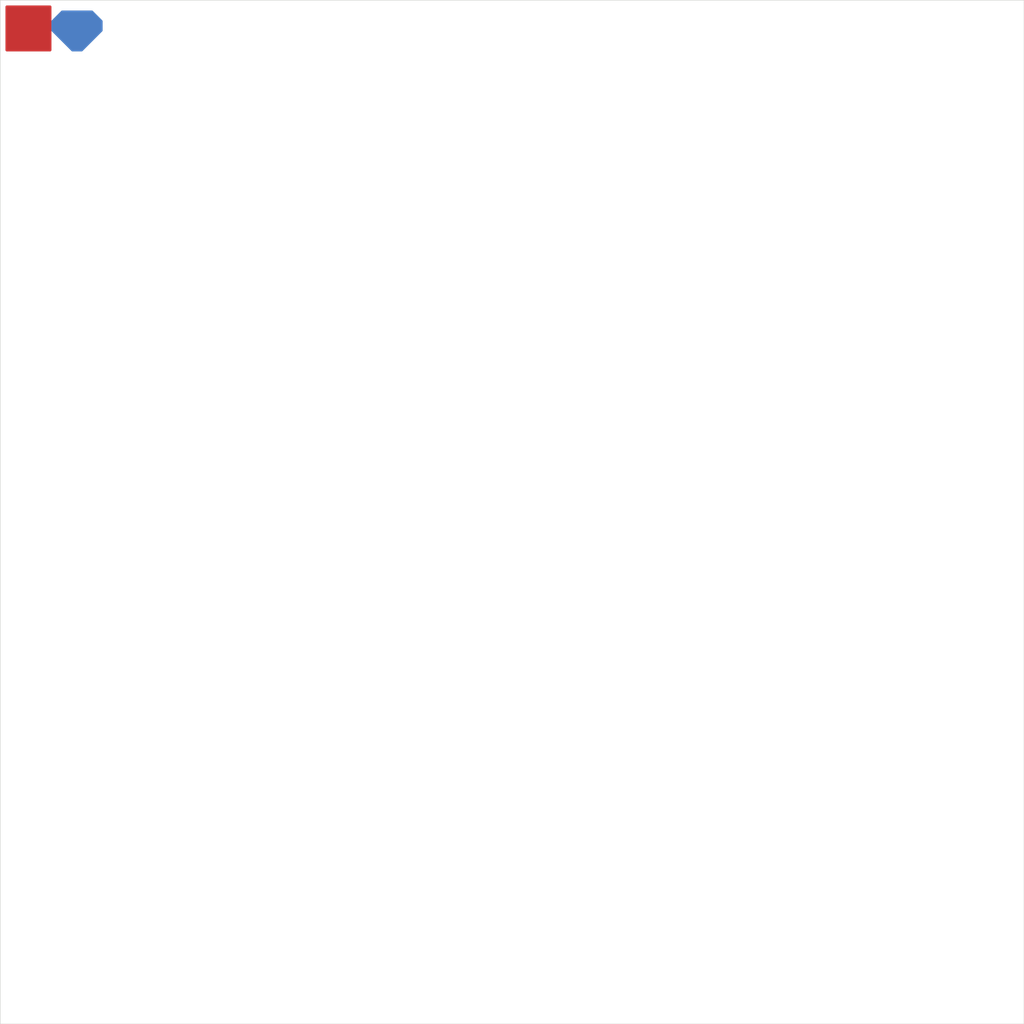
<source format=kicad_pcb>
(kicad_pcb (version 20211014) (generator pcbnew)

  (general
    (thickness 1.6)
  )

  (paper "User" 399.999 299.999)
  (title_block
    (title "A board")
    (date "2023-02-01")
    (rev "v1")
    (company "Winterbloom")
    (comment 1 "Comment 1")
    (comment 3 "Comment 3")
    (comment 5 "Comment 5")
    (comment 7 "Comment 7")
    (comment 9 "Comment 9")
  )

  (layers
    (0 "F.Cu" signal)
    (31 "B.Cu" signal)
    (32 "B.Adhes" user "B.Adhesive")
    (33 "F.Adhes" user "F.Adhesive")
    (34 "B.Paste" user)
    (35 "F.Paste" user)
    (36 "B.SilkS" user "B.Silkscreen")
    (37 "F.SilkS" user "F.Silkscreen")
    (38 "B.Mask" user)
    (39 "F.Mask" user)
    (40 "Dwgs.User" user "User.Drawings")
    (41 "Cmts.User" user "User.Comments")
    (42 "Eco1.User" user "User.Eco1")
    (43 "Eco2.User" user "User.Eco2")
    (44 "Edge.Cuts" user)
    (45 "Margin" user)
    (46 "B.CrtYd" user "B.Courtyard")
    (47 "F.CrtYd" user "F.Courtyard")
    (48 "B.Fab" user)
    (49 "F.Fab" user)
    (50 "User.1" user)
    (51 "User.2" user)
    (52 "User.3" user)
    (53 "User.4" user)
    (54 "User.5" user)
    (55 "User.6" user)
    (56 "User.7" user)
    (57 "User.8" user)
    (58 "User.9" user)
  )

  (setup
    (pad_to_mask_clearance 0)
    (pcbplotparams
      (layerselection 0x00010fc_ffffffff)
      (disableapertmacros false)
      (usegerberextensions false)
      (usegerberattributes true)
      (usegerberadvancedattributes true)
      (creategerberjobfile true)
      (svguseinch false)
      (svgprecision 6)
      (excludeedgelayer true)
      (plotframeref false)
      (viasonmask false)
      (mode 1)
      (useauxorigin false)
      (hpglpennumber 1)
      (hpglpenspeed 20)
      (hpglpendiameter 15.000000)
      (dxfpolygonmode true)
      (dxfimperialunits true)
      (dxfusepcbnewfont true)
      (psnegative false)
      (psa4output false)
      (plotreference true)
      (plotvalue true)
      (plotinvisibletext false)
      (sketchpadsonfab false)
      (subtractmaskfromsilk false)
      (outputformat 1)
      (mirror false)
      (drillshape 1)
      (scaleselection 1)
      (outputdirectory "")
    )
  )

  (net 0 "")

  (gr_line (start 0 0) (end 100 0) (layer "Edge.Cuts") (width 0.05) (tstamp 2772ed12-b028-44c5-ab02-7779f97104ba))
  (gr_line (start 100 0) (end 100 100) (layer "Edge.Cuts") (width 0.05) (tstamp a40373a2-2c29-4bd9-8dbf-d72347f2869a))
  (gr_line (start 100 100) (end 0 100) (layer "Edge.Cuts") (width 0.05) (tstamp c943d1c6-8994-40b0-8e82-8399b9d71c73))
  (gr_line (start 0 100) (end 0 0) (layer "Edge.Cuts") (width 0.05) (tstamp c9e0a211-8226-4a96-8002-8c838fc15590))

  (zone (net 0) (net_name "") (layer "F.Cu") (tstamp 02531515-ba43-4a4a-809a-26887e9a9222) (hatch edge 0.508)
    (connect_pads (clearance 0.508))
    (min_thickness 0.254) (filled_areas_thickness no)
    (fill yes (thermal_gap 0.508) (thermal_bridge_width 0.508))
    (polygon
      (pts
        (xy 5 5)
        (xy 0 5)
        (xy 0 0)
        (xy 5 0)
      )
    )
    (filled_polygon
      (layer "F.Cu")
      (island)
      (pts
        (xy 4.942121 0.528502)
        (xy 4.988614 0.582158)
        (xy 5 0.6345)
        (xy 5 4.874)
        (xy 4.979998 4.942121)
        (xy 4.926342 4.988614)
        (xy 4.874 5)
        (xy 0.6345 5)
        (xy 0.566379 4.979998)
        (xy 0.519886 4.926342)
        (xy 0.5085 4.874)
        (xy 0.5085 0.6345)
        (xy 0.528502 0.566379)
        (xy 0.582158 0.519886)
        (xy 0.6345 0.5085)
        (xy 4.874 0.5085)
      )
    )
  )
  (zone locked (net 0) (net_name "") (layer "B.Cu") (tstamp 219aa6e9-5c8f-4340-8a8c-15ecd2d0751b) (name "name") (hatch none 0.508)
    (priority 1)
    (connect_pads thru_hole_only (clearance 1))
    (min_thickness 0.2) (filled_areas_thickness no)
    (fill yes (mode hatch) (thermal_gap 0.6) (thermal_bridge_width 0.7) (smoothing chamfer) (radius 2) (island_removal_mode 2) (island_area_min 0.1)
      (hatch_thickness 2) (hatch_gap 2) (hatch_orientation 45)
      (hatch_smoothing_level 1) (hatch_smoothing_value 0.2)
      (hatch_border_algorithm hatch_thickness) (hatch_min_hole_area 0.3))
    (polygon
      (pts
        (xy 10 5)
        (xy 5 5)
        (xy 5 0)
        (xy 10 0)
      )
    )
    (filled_polygon
      (layer "B.Cu")
      (island)
      (pts
        (xy 9.017683 1.019407)
        (xy 9.029496 1.029496)
        (xy 9.971004 1.971004)
        (xy 9.998781 2.025521)
        (xy 10 2.041008)
        (xy 10 2.958992)
        (xy 9.981093 3.017183)
        (xy 9.971004 3.028996)
        (xy 8.028996 4.971004)
        (xy 7.974479 4.998781)
        (xy 7.958992 5)
        (xy 7.041008 5)
        (xy 6.982817 4.981093)
        (xy 6.971004 4.971004)
        (xy 5.028996 3.028996)
        (xy 5.001219 2.974479)
        (xy 5 2.958992)
        (xy 5 2.041008)
        (xy 5.018907 1.982817)
        (xy 5.028996 1.971004)
        (xy 5.970504 1.029496)
        (xy 6.025021 1.001719)
        (xy 6.040508 1.0005)
        (xy 8.959492 1.0005)
      )
    )
  )
  (zone (net 0) (net_name "") (layer "B.Cu") (tstamp c614d26c-c381-43b0-9bc4-4e796df5c50b) (name "keepout") (hatch full 0.508)
    (connect_pads (clearance 0))
    (min_thickness 0.254)
    (keepout (tracks not_allowed) (vias not_allowed) (pads not_allowed) (copperpour not_allowed) (footprints not_allowed))
    (fill (thermal_gap 0.508) (thermal_bridge_width 0.508))
    (polygon
      (pts
        (xy 5 10)
        (xy 0 10)
        (xy 0 5)
        (xy 5 5)
      )
    )
  )
)

</source>
